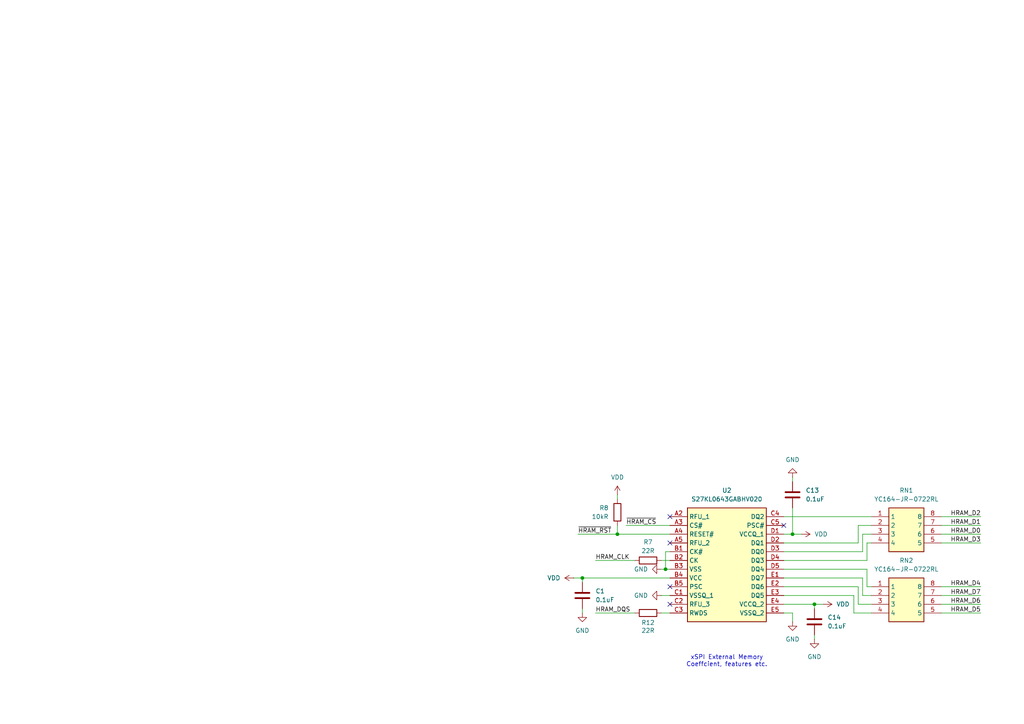
<source format=kicad_sch>
(kicad_sch (version 20250114) (generator "eeschema") (generator_version "9.0")
  (paper "A4")
  (lib_symbols
    (symbol "Device:C" (pin_numbers (hide yes)) (pin_names (offset 0.254))
      (property "Reference" "C" (at 0.635 2.54 0))
      (property "Value" "C" (at 0.635 -2.54 0))
      (symbol "C_0_1"
        (polyline (pts (xy -2.032 0.762) (xy 2.032 0.762)) (stroke (width 0.508)))
        (polyline (pts (xy -2.032 -0.762) (xy 2.032 -0.762)) (stroke (width 0.508)))
      )
      (symbol "C_1_1"
        (pin passive line (at 0 3.81 270) (length 2.794) (name "~") (number "1"))
        (pin passive line (at 0 -3.81 90) (length 2.794) (name "~") (number "2"))
      )
    )
    (symbol "Device:R" (pin_numbers (hide yes)) (pin_names (offset 0))
      (property "Reference" "R" (at 2.032 0 90))
      (property "Value" "R" (at 0 0 90))
      (symbol "R_0_1"
        (rectangle (start -1.016 -2.54) (end 1.016 2.54) (stroke (width 0.254)))
      )
      (symbol "R_1_1"
        (pin passive line (at 0 3.81 270) (length 1.27) (name "~") (number "1"))
        (pin passive line (at 0 -3.81 90) (length 1.27) (name "~") (number "2"))
      )
    )
    (symbol "S27KS0643GABHV020:S27KS0643GABHV020"
      (property "Reference" "IC" (at 29.21 7.62 0))
      (property "Value" "S27KS0643GABHV020" (at 29.21 5.08 0))
      (symbol "S27KS0643GABHV020_1_1"
        (rectangle (start 5.08 2.54) (end 27.94 -30.48) (stroke (width 0.254)) (fill (type background)))
        (pin passive line (at 0 0 0) (length 5.08) (name "RFU_1") (number "A2"))
        (pin passive line (at 0 -2.54 0) (length 5.08) (name "CS#") (number "A3"))
        (pin passive line (at 0 -5.08 0) (length 5.08) (name "RESET#") (number "A4"))
        (pin passive line (at 0 -7.62 0) (length 5.08) (name "RFU_2") (number "A5"))
        (pin passive line (at 0 -10.16 0) (length 5.08) (name "CK#") (number "B1"))
        (pin passive line (at 0 -12.7 0) (length 5.08) (name "CK") (number "B2"))
        (pin passive line (at 0 -15.24 0) (length 5.08) (name "VSS") (number "B3"))
        (pin passive line (at 0 -17.78 0) (length 5.08) (name "VCC") (number "B4"))
        (pin passive line (at 0 -20.32 0) (length 5.08) (name "PSC") (number "B5"))
        (pin passive line (at 0 -22.86 0) (length 5.08) (name "VSSQ_1") (number "C1"))
        (pin passive line (at 0 -25.4 0) (length 5.08) (name "RFU_3") (number "C2"))
        (pin passive line (at 0 -27.94 0) (length 5.08) (name "RWDS") (number "C3"))
        (pin passive line (at 33.02 0 180) (length 5.08) (name "DQ2") (number "C4"))
        (pin passive line (at 33.02 -2.54 180) (length 5.08) (name "PSC#") (number "C5"))
        (pin passive line (at 33.02 -5.08 180) (length 5.08) (name "VCCQ_1") (number "D1"))
        (pin passive line (at 33.02 -7.62 180) (length 5.08) (name "DQ1") (number "D2"))
        (pin passive line (at 33.02 -10.16 180) (length 5.08) (name "DQ0") (number "D3"))
        (pin passive line (at 33.02 -12.7 180) (length 5.08) (name "DQ3") (number "D4"))
        (pin passive line (at 33.02 -15.24 180) (length 5.08) (name "DQ4") (number "D5"))
        (pin passive line (at 33.02 -17.78 180) (length 5.08) (name "DQ7") (number "E1"))
        (pin passive line (at 33.02 -20.32 180) (length 5.08) (name "DQ6") (number "E2"))
        (pin passive line (at 33.02 -22.86 180) (length 5.08) (name "DQ5") (number "E3"))
        (pin passive line (at 33.02 -25.4 180) (length 5.08) (name "VCCQ_2") (number "E4"))
        (pin passive line (at 33.02 -27.94 180) (length 5.08) (name "VSSQ_2") (number "E5"))
      )
    )
    (symbol "YC164-JR-0722RL:YC164-JR-0722RL"
      (property "Reference" "RN" (at 16.51 7.62 0))
      (property "Value" "YC164-JR-0722RL" (at 16.51 5.08 0))
      (symbol "YC164-JR-0722RL_1_1"
        (rectangle (start 5.08 2.54) (end 15.24 -10.16) (stroke (width 0.254)) (fill (type background)))
        (pin passive line (at 0 0 0) (length 5.08) (name "1") (number "1"))
        (pin passive line (at 0 -2.54 0) (length 5.08) (name "2") (number "2"))
        (pin passive line (at 0 -5.08 0) (length 5.08) (name "3") (number "3"))
        (pin passive line (at 0 -7.62 0) (length 5.08) (name "4") (number "4"))
        (pin passive line (at 20.32 0 180) (length 5.08) (name "8") (number "8"))
        (pin passive line (at 20.32 -2.54 180) (length 5.08) (name "7") (number "7"))
        (pin passive line (at 20.32 -5.08 180) (length 5.08) (name "6") (number "6"))
        (pin passive line (at 20.32 -7.62 180) (length 5.08) (name "5") (number "5"))
      )
    )
    (symbol "power:GND" (power) (pin_numbers (hide yes)) (pin_names (offset 0) (hide yes))
      (property "Value" "GND" (at 0 -3.81 0))
      (symbol "GND_0_1"
        (polyline (pts (xy 0 0) (xy 0 -1.27) (xy 1.27 -1.27) (xy 0 -2.54) (xy -1.27 -1.27) (xy 0 -1.27)))
      )
      (symbol "GND_1_1"
        (pin power_in line (at 0 0 270) (length 0) (name "~") (number "1"))
      )
    )
    (symbol "power:VDD" (power) (pin_numbers (hide yes)) (pin_names (offset 0) (hide yes))
      (property "Value" "VDD" (at 0 3.556 0))
      (symbol "VDD_0_1"
        (polyline (pts (xy -0.762 1.27) (xy 0 2.54)))
        (polyline (pts (xy 0 2.54) (xy 0.762 1.27)))
        (polyline (pts (xy 0 0) (xy 0 2.54)))
      )
      (symbol "VDD_1_1"
        (pin power_in line (at 0 0 90) (length 0) (name "~") (number "1"))
      )
    )
  )
  (text "xSPI External Memory\nCoeffcient, features etc.\n" (at 210.82 191.77 0) (effects (font (size 1.27 1.27))))
  (junction (at 168.91 167.64))
  (junction (at 193.04 165.1))
  (junction (at 229.87 154.94))
  (junction (at 236.22 175.26))
  (junction (at 179.07 154.94))
  (no_connect (at 194.31 157.48))
  (no_connect (at 227.33 152.4))
  (no_connect (at 194.31 170.18))
  (no_connect (at 194.31 149.86))
  (no_connect (at 194.31 175.26))
  (wire (pts (xy 236.22 175.26) (xy 236.22 176.53)))
  (wire (pts (xy 251.46 157.48) (xy 251.46 162.56)))
  (wire (pts (xy 168.91 176.53) (xy 168.91 177.8)))
  (wire (pts (xy 250.19 160.02) (xy 250.19 154.94)))
  (wire (pts (xy 273.05 154.94) (xy 284.48 154.94)))
  (wire (pts (xy 273.05 149.86) (xy 284.48 149.86)))
  (wire (pts (xy 227.33 165.1) (xy 251.46 165.1)))
  (wire (pts (xy 227.33 167.64) (xy 250.19 167.64)))
  (wire (pts (xy 250.19 172.72) (xy 252.73 172.72)))
  (wire (pts (xy 273.05 175.26) (xy 284.48 175.26)))
  (wire (pts (xy 273.05 157.48) (xy 284.48 157.48)))
  (wire (pts (xy 227.33 172.72) (xy 247.65 172.72)))
  (wire (pts (xy 194.31 160.02) (xy 193.04 160.02)))
  (wire (pts (xy 168.91 167.64) (xy 194.31 167.64)))
  (wire (pts (xy 193.04 160.02) (xy 193.04 165.1)))
  (wire (pts (xy 273.05 172.72) (xy 284.48 172.72)))
  (wire (pts (xy 172.72 162.56) (xy 184.15 162.56)))
  (wire (pts (xy 273.05 170.18) (xy 284.48 170.18)))
  (wire (pts (xy 236.22 175.26) (xy 238.76 175.26)))
  (wire (pts (xy 247.65 177.8) (xy 252.73 177.8)))
  (wire (pts (xy 227.33 177.8) (xy 229.87 177.8)))
  (wire (pts (xy 248.92 152.4) (xy 248.92 157.48)))
  (wire (pts (xy 191.77 172.72) (xy 194.31 172.72)))
  (wire (pts (xy 179.07 154.94) (xy 194.31 154.94)))
  (wire (pts (xy 251.46 162.56) (xy 227.33 162.56)))
  (wire (pts (xy 194.31 177.8) (xy 191.77 177.8)))
  (wire (pts (xy 250.19 154.94) (xy 252.73 154.94)))
  (wire (pts (xy 248.92 175.26) (xy 252.73 175.26)))
  (wire (pts (xy 179.07 152.4) (xy 179.07 154.94)))
  (wire (pts (xy 191.77 165.1) (xy 193.04 165.1)))
  (wire (pts (xy 227.33 154.94) (xy 229.87 154.94)))
  (wire (pts (xy 179.07 143.51) (xy 179.07 144.78)))
  (wire (pts (xy 252.73 152.4) (xy 248.92 152.4)))
  (wire (pts (xy 227.33 170.18) (xy 248.92 170.18)))
  (wire (pts (xy 229.87 154.94) (xy 232.41 154.94)))
  (wire (pts (xy 193.04 165.1) (xy 194.31 165.1)))
  (wire (pts (xy 251.46 165.1) (xy 251.46 170.18)))
  (wire (pts (xy 191.77 162.56) (xy 194.31 162.56)))
  (wire (pts (xy 167.64 154.94) (xy 179.07 154.94)))
  (wire (pts (xy 181.61 152.4) (xy 194.31 152.4)))
  (wire (pts (xy 229.87 138.43) (xy 229.87 139.7)))
  (wire (pts (xy 250.19 167.64) (xy 250.19 172.72)))
  (wire (pts (xy 251.46 170.18) (xy 252.73 170.18)))
  (wire (pts (xy 227.33 175.26) (xy 236.22 175.26)))
  (wire (pts (xy 166.37 167.64) (xy 168.91 167.64)))
  (wire (pts (xy 184.15 177.8) (xy 172.72 177.8)))
  (wire (pts (xy 168.91 168.91) (xy 168.91 167.64)))
  (wire (pts (xy 236.22 184.15) (xy 236.22 185.42)))
  (wire (pts (xy 229.87 177.8) (xy 229.87 180.34)))
  (wire (pts (xy 273.05 177.8) (xy 284.48 177.8)))
  (wire (pts (xy 227.33 149.86) (xy 252.73 149.86)))
  (wire (pts (xy 273.05 152.4) (xy 284.48 152.4)))
  (wire (pts (xy 229.87 147.32) (xy 229.87 154.94)))
  (wire (pts (xy 227.33 160.02) (xy 250.19 160.02)))
  (wire (pts (xy 248.92 170.18) (xy 248.92 175.26)))
  (wire (pts (xy 247.65 172.72) (xy 247.65 177.8)))
  (wire (pts (xy 252.73 157.48) (xy 251.46 157.48)))
  (wire (pts (xy 248.92 157.48) (xy 227.33 157.48)))
  (label "HRAM_D5" (at 284.48 177.8 180))
  (label "HRAM_D7" (at 284.48 172.72 180))
  (label "HRAM_D4" (at 284.48 170.18 180))
  (label "HRAM_DQS" (at 172.72 177.8 0))
  (label "HRAM_D6" (at 284.48 175.26 180))
  (label "HRAM_D2" (at 284.48 149.86 180))
  (label "HRAM_D0" (at 284.48 154.94 180))
  (label "HRAM_D3" (at 284.48 157.48 180))
  (label "HRAM_CLK" (at 172.72 162.56 0))
  (label "~{HRAM_RST}" (at 167.64 154.94 0))
  (label "~{HRAM_CS}" (at 181.61 152.4 0))
  (label "HRAM_D1" (at 284.48 152.4 180))
  (symbol (lib_id "YC164-JR-0722RL:YC164-JR-0722RL") (at 252.73 149.86 0) (unit 1)
    (property "Reference" "RN1" (at 262.89 142.24 0))
    (property "Value" "YC164-JR-0722RL" (at 262.89 144.78 0))
    (property "Footprint" "YC164-JR-0722RL:YC164JR072K2L" (effects (hide yes)))
    (property "Datasheet" "https://componentsearchengine.com/Datasheets/2/YC164-JR-072K2L.pdf" (effects (hide yes)))
    (property "Description" "Resistor Networks & Arrays 22 Ohm 5% 1/16W 50 Volts" (effects (hide yes)))
    (property "Height" "0.7" (effects (hide yes)))
  )
  (symbol (lib_id "power:GND") (at 168.91 177.8 0) (unit 1)
    (property "Reference" "#PWR043" (effects (hide yes)))
    (property "Value" "GND" (at 168.91 182.88 0))
    (property "Description" "Power symbol creates a global label with name \"GND\" , ground" (effects (hide yes)))
    (instances (project "MizukiRA8M1v2" (path "" (reference "#PWR043") (unit 1))) (project "MizukiRA8M1v2" (path "" (reference "#PWR?") (unit 1))) (project "MizukiRA8M1v2" (path "" (reference "#PWR?") (unit 1))))
  )
  (symbol (lib_id "Device:R") (at 187.96 177.8 90) (mirror x) (unit 1)
    (property "Reference" "R12" (at 187.96 180.594 90))
    (property "Value" "22R" (at 187.96 182.88 90))
    (property "Footprint" "Resistor_SMD:R_0603_1608Metric" (effects (hide yes)))
    (property "Description" "Resistor" (effects (hide yes)))
  )
  (symbol (lib_id "Device:C") (at 168.91 172.72 0) (unit 1)
    (property "Reference" "C1" (at 172.72 171.4499 0) (effects (justify left)))
    (property "Value" "0.1uF" (at 172.72 173.9899 0) (effects (justify left)))
    (property "Footprint" "Capacitor_SMD:C_0603_1608Metric" (effects (hide yes)))
    (property "Description" "Unpolarized capacitor" (effects (hide yes)))
    (instances (project "MizukiRA8M1v2" (path "" (reference "C1") (unit 1))) (project "MizukiRA8M1v2" (path "" (reference "C?") (unit 1))) (project "MizukiRA8M1v2" (path "" (reference "C?") (unit 1))))
  )
  (symbol (lib_id "Device:R") (at 179.07 148.59 0) (mirror y) (unit 1)
    (property "Reference" "R8" (at 176.53 147.3199 0) (effects (justify left)))
    (property "Value" "10kR" (at 176.53 149.8599 0) (effects (justify left)))
    (property "Footprint" "Resistor_SMD:R_0603_1608Metric" (effects (hide yes)))
    (property "Description" "Resistor" (effects (hide yes)))
    (instances (project "MizukiRA8M1v2" (path "" (reference "R8") (unit 1))) (project "MizukiRA8M1v2" (path "" (reference "R?") (unit 1))) (project "MizukiRA8M1v2" (path "" (reference "R?") (unit 1))))
  )
  (symbol (lib_id "power:VDD") (at 238.76 175.26 270) (unit 1)
    (property "Reference" "#PWR061" (effects (hide yes)))
    (property "Value" "VDD" (at 242.57 175.26 90) (effects (justify left)))
    (property "Description" "Power symbol creates a global label with name \"VDD\"" (effects (hide yes)))
    (instances (project "MizukiRA8M1v2" (path "" (reference "#PWR061") (unit 1))) (project "MizukiRA8M1v2" (path "" (reference "#PWR?") (unit 1))) (project "MizukiRA8M1v2" (path "" (reference "#PWR?") (unit 1))))
  )
  (symbol (lib_id "Device:C") (at 229.87 143.51 0) (unit 1)
    (property "Reference" "C13" (at 233.68 142.2399 0) (effects (justify left)))
    (property "Value" "0.1uF" (at 233.68 144.7799 0) (effects (justify left)))
    (property "Footprint" "Capacitor_SMD:C_0603_1608Metric" (effects (hide yes)))
    (property "Description" "Unpolarized capacitor" (effects (hide yes)))
  )
  (symbol (lib_id "power:GND") (at 229.87 138.43 0) (mirror x) (unit 1)
    (property "Reference" "#PWR058" (effects (hide yes)))
    (property "Value" "GND" (at 229.87 133.35 0))
    (property "Description" "Power symbol creates a global label with name \"GND\" , ground" (effects (hide yes)))
    (instances (project "MizukiRA8M1v2" (path "" (reference "#PWR058") (unit 1))) (project "MizukiRA8M1v2" (path "" (reference "#PWR?") (unit 1))) (project "MizukiRA8M1v2" (path "" (reference "#PWR?") (unit 1))))
  )
  (symbol (lib_id "Device:C") (at 236.22 180.34 0) (unit 1)
    (property "Reference" "C14" (at 240.03 179.0699 0) (effects (justify left)))
    (property "Value" "0.1uF" (at 240.03 181.6099 0) (effects (justify left)))
    (property "Footprint" "Capacitor_SMD:C_0603_1608Metric" (effects (hide yes)))
    (property "Description" "Unpolarized capacitor" (effects (hide yes)))
    (instances (project "MizukiRA8M1v2" (path "" (reference "C14") (unit 1))) (project "MizukiRA8M1v2" (path "" (reference "C?") (unit 1))) (project "MizukiRA8M1v2" (path "" (reference "C?") (unit 1))))
  )
  (symbol (lib_id "YC164-JR-0722RL:YC164-JR-0722RL") (at 252.73 170.18 0) (unit 1)
    (property "Reference" "RN2" (at 262.89 162.56 0))
    (property "Value" "YC164-JR-0722RL" (at 262.89 165.1 0))
    (property "Footprint" "YC164-JR-0722RL:YC164JR072K2L" (effects (hide yes)))
    (property "Datasheet" "https://componentsearchengine.com/Datasheets/2/YC164-JR-072K2L.pdf" (effects (hide yes)))
    (property "Description" "Resistor Networks & Arrays 22 Ohm 5% 1/16W 50 Volts" (effects (hide yes)))
    (property "Height" "0.7" (effects (hide yes)))
  )
  (symbol (lib_id "S27KS0643GABHV020:S27KS0643GABHV020") (at 194.31 149.86 0) (unit 1)
    (property "Reference" "U2" (at 210.82 142.24 0))
    (property "Value" "S27KL0643GABHV020" (at 210.82 144.78 0))
    (property "Footprint" "S27KS0643GABHV020:BGA24C100P5X5_600X800X100" (effects (hide yes)))
    (property "Datasheet" "https://www.cypress.com/file/498616/download" (effects (hide yes)))
    (property "Description" "DRAM Nor" (effects (hide yes)))
    (property "Height" "1" (effects (hide yes)))
    (property "Part No." "S27KL0643GABHI023" (effects (hide yes)))
    (property "Vendor" "Infineon" (effects (hide yes)))
  )
  (symbol (lib_id "power:VDD") (at 179.07 143.51 0) (unit 1)
    (property "Reference" "#PWR048" (effects (hide yes)))
    (property "Value" "VDD" (at 179.07 138.43 0))
    (property "Description" "Power symbol creates a global label with name \"VDD\"" (effects (hide yes)))
    (instances (project "" (path "" (reference "#PWR048") (unit 1))) (project "" (path "" (reference "#PWR?") (unit 1))) (project "" (path "" (reference "#PWR?") (unit 1))))
  )
  (symbol (lib_id "power:VDD") (at 166.37 167.64 90) (mirror x) (unit 1)
    (property "Reference" "#PWR042" (effects (hide yes)))
    (property "Value" "VDD" (at 162.56 167.6399 90) (effects (justify left)))
    (property "Description" "Power symbol creates a global label with name \"VDD\"" (effects (hide yes)))
    (instances (project "MizukiRA8M1v2" (path "" (reference "#PWR042") (unit 1))) (project "MizukiRA8M1v2" (path "" (reference "#PWR?") (unit 1))) (project "MizukiRA8M1v2" (path "" (reference "#PWR?") (unit 1))))
  )
  (symbol (lib_id "power:GND") (at 191.77 172.72 270) (unit 1)
    (property "Reference" "#PWR051" (effects (hide yes)))
    (property "Value" "GND" (at 187.96 172.7199 90) (effects (justify right)))
    (property "Description" "Power symbol creates a global label with name \"GND\" , ground" (effects (hide yes)))
    (instances (project "MizukiRA8M1v2" (path "" (reference "#PWR051") (unit 1))) (project "MizukiRA8M1v2" (path "" (reference "#PWR?") (unit 1))) (project "MizukiRA8M1v2" (path "" (reference "#PWR?") (unit 1))))
  )
  (symbol (lib_id "Device:R") (at 187.96 162.56 90) (unit 1)
    (property "Reference" "R7" (at 187.96 157.226 90))
    (property "Value" "22R" (at 187.96 159.766 90))
    (property "Footprint" "Resistor_SMD:R_0603_1608Metric" (effects (hide yes)))
    (property "Description" "Resistor" (effects (hide yes)))
    (instances (project "MizukiRA8M1v2" (path "" (reference "R7") (unit 1))) (project "MizukiRA8M1v2" (path "" (reference "R?") (unit 1))) (project "MizukiRA8M1v2" (path "" (reference "R?") (unit 1))))
  )
  (symbol (lib_id "power:GND") (at 236.22 185.42 0) (unit 1)
    (property "Reference" "#PWR059" (effects (hide yes)))
    (property "Value" "GND" (at 236.22 190.5 0))
    (property "Description" "Power symbol creates a global label with name \"GND\" , ground" (effects (hide yes)))
    (instances (project "MizukiRA8M1v2" (path "" (reference "#PWR059") (unit 1))) (project "MizukiRA8M1v2" (path "" (reference "#PWR?") (unit 1))) (project "MizukiRA8M1v2" (path "" (reference "#PWR?") (unit 1))))
  )
  (symbol (lib_id "power:GND") (at 229.87 180.34 0) (unit 1)
    (property "Reference" "#PWR057" (effects (hide yes)))
    (property "Value" "GND" (at 229.87 185.42 0))
    (property "Description" "Power symbol creates a global label with name \"GND\" , ground" (effects (hide yes)))
    (instances (project "MizukiRA8M1v2" (path "" (reference "#PWR057") (unit 1))) (project "MizukiRA8M1v2" (path "" (reference "#PWR?") (unit 1))) (project "MizukiRA8M1v2" (path "" (reference "#PWR?") (unit 1))))
  )
  (symbol (lib_id "power:GND") (at 191.77 165.1 270) (unit 1)
    (property "Reference" "#PWR050" (effects (hide yes)))
    (property "Value" "GND" (at 187.96 165.0999 90) (effects (justify right)))
    (property "Description" "Power symbol creates a global label with name \"GND\" , ground" (effects (hide yes)))
    (instances (project "MizukiRA8M1v2" (path "" (reference "#PWR050") (unit 1))) (project "MizukiRA8M1v2" (path "" (reference "#PWR?") (unit 1))) (project "MizukiRA8M1v2" (path "" (reference "#PWR?") (unit 1))))
  )
  (symbol (lib_id "power:VDD") (at 232.41 154.94 270) (unit 1)
    (property "Reference" "#PWR060" (effects (hide yes)))
    (property "Value" "VDD" (at 236.22 154.9399 90) (effects (justify left)))
    (property "Description" "Power symbol creates a global label with name \"VDD\"" (effects (hide yes)))
    (instances (project "MizukiRA8M1v2" (path "" (reference "#PWR060") (unit 1))) (project "MizukiRA8M1v2" (path "" (reference "#PWR?") (unit 1))) (project "MizukiRA8M1v2" (path "" (reference "#PWR?") (unit 1))))
  )
)
</source>
